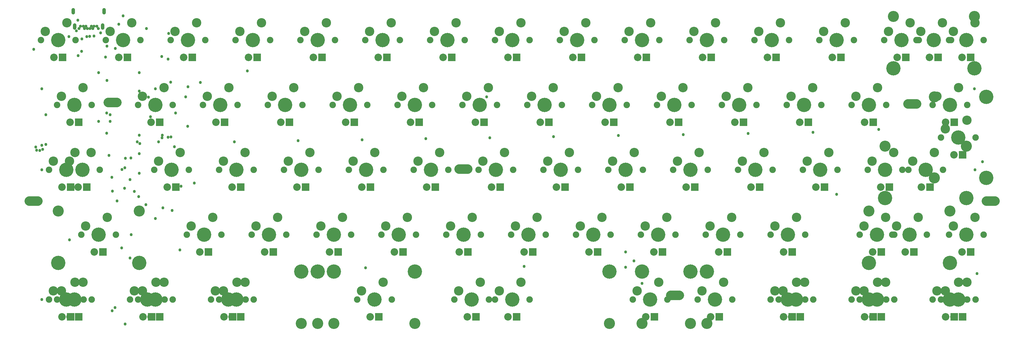
<source format=gbr>
G04 EAGLE Gerber RS-274X export*
G75*
%MOMM*%
%FSLAX34Y34*%
%LPD*%
%INSoldermask Top*%
%IPPOS*%
%AMOC8*
5,1,8,0,0,1.08239X$1,22.5*%
G01*
%ADD10C,4.203200*%
%ADD11C,1.903200*%
%ADD12C,2.743200*%
%ADD13C,2.203200*%
%ADD14R,2.203200X2.203200*%
%ADD15C,3.253200*%
%ADD16C,0.908000*%
%ADD17C,0.853200*%
%ADD18C,1.053200*%
%ADD19C,2.755900*%
%ADD20C,0.858000*%


D10*
X190500Y952500D03*
D11*
X139700Y952500D03*
X241300Y952500D03*
D12*
X152400Y977900D03*
X215900Y1003300D03*
D13*
X177800Y901700D03*
D14*
X203200Y901700D03*
D10*
X381000Y952500D03*
D11*
X330200Y952500D03*
X431800Y952500D03*
D12*
X342900Y977900D03*
X406400Y1003300D03*
D13*
X368300Y901700D03*
D14*
X393700Y901700D03*
D10*
X571500Y952500D03*
D11*
X520700Y952500D03*
X622300Y952500D03*
D12*
X533400Y977900D03*
X596900Y1003300D03*
D13*
X558800Y901700D03*
D14*
X584200Y901700D03*
D10*
X762000Y952500D03*
D11*
X711200Y952500D03*
X812800Y952500D03*
D12*
X723900Y977900D03*
X787400Y1003300D03*
D13*
X749300Y901700D03*
D14*
X774700Y901700D03*
D10*
X952500Y952500D03*
D11*
X901700Y952500D03*
X1003300Y952500D03*
D12*
X914400Y977900D03*
X977900Y1003300D03*
D13*
X939800Y901700D03*
D14*
X965200Y901700D03*
D10*
X1143000Y952500D03*
D11*
X1092200Y952500D03*
X1193800Y952500D03*
D12*
X1104900Y977900D03*
X1168400Y1003300D03*
D13*
X1130300Y901700D03*
D14*
X1155700Y901700D03*
D10*
X1333500Y952500D03*
D11*
X1282700Y952500D03*
X1384300Y952500D03*
D12*
X1295400Y977900D03*
X1358900Y1003300D03*
D13*
X1320800Y901700D03*
D14*
X1346200Y901700D03*
D10*
X1524000Y952500D03*
D11*
X1473200Y952500D03*
X1574800Y952500D03*
D12*
X1485900Y977900D03*
X1549400Y1003300D03*
D13*
X1511300Y901700D03*
D14*
X1536700Y901700D03*
D10*
X1714500Y952500D03*
D11*
X1663700Y952500D03*
X1765300Y952500D03*
D12*
X1676400Y977900D03*
X1739900Y1003300D03*
D13*
X1701800Y901700D03*
D14*
X1727200Y901700D03*
D10*
X1905000Y952500D03*
D11*
X1854200Y952500D03*
X1955800Y952500D03*
D12*
X1866900Y977900D03*
X1930400Y1003300D03*
D13*
X1892300Y901700D03*
D14*
X1917700Y901700D03*
D10*
X2095500Y952500D03*
D11*
X2044700Y952500D03*
X2146300Y952500D03*
D12*
X2057400Y977900D03*
X2120900Y1003300D03*
D13*
X2082800Y901700D03*
D14*
X2108200Y901700D03*
D10*
X2286000Y952500D03*
D11*
X2235200Y952500D03*
X2336800Y952500D03*
D12*
X2247900Y977900D03*
X2311400Y1003300D03*
D13*
X2273300Y901700D03*
D14*
X2298700Y901700D03*
D10*
X2476500Y952500D03*
D11*
X2425700Y952500D03*
X2527300Y952500D03*
D12*
X2438400Y977900D03*
X2501900Y1003300D03*
D13*
X2463800Y901700D03*
D14*
X2489200Y901700D03*
D10*
X238125Y762000D03*
D11*
X187325Y762000D03*
X288925Y762000D03*
D12*
X200025Y787400D03*
X263525Y812800D03*
D13*
X225425Y711200D03*
D14*
X250825Y711200D03*
D10*
X476250Y762000D03*
D11*
X425450Y762000D03*
X527050Y762000D03*
D12*
X438150Y787400D03*
X501650Y812800D03*
D13*
X463550Y711200D03*
D14*
X488950Y711200D03*
D10*
X666750Y762000D03*
D11*
X615950Y762000D03*
X717550Y762000D03*
D12*
X628650Y787400D03*
X692150Y812800D03*
D13*
X654050Y711200D03*
D14*
X679450Y711200D03*
D10*
X857250Y762000D03*
D11*
X806450Y762000D03*
X908050Y762000D03*
D12*
X819150Y787400D03*
X882650Y812800D03*
D13*
X844550Y711200D03*
D14*
X869950Y711200D03*
D10*
X1047750Y762000D03*
D11*
X996950Y762000D03*
X1098550Y762000D03*
D12*
X1009650Y787400D03*
X1073150Y812800D03*
D13*
X1035050Y711200D03*
D14*
X1060450Y711200D03*
D10*
X1238250Y762000D03*
D11*
X1187450Y762000D03*
X1289050Y762000D03*
D12*
X1200150Y787400D03*
X1263650Y812800D03*
D13*
X1225550Y711200D03*
D14*
X1250950Y711200D03*
D10*
X1428750Y762000D03*
D11*
X1377950Y762000D03*
X1479550Y762000D03*
D12*
X1390650Y787400D03*
X1454150Y812800D03*
D13*
X1416050Y711200D03*
D14*
X1441450Y711200D03*
D10*
X1619250Y762000D03*
D11*
X1568450Y762000D03*
X1670050Y762000D03*
D12*
X1581150Y787400D03*
X1644650Y812800D03*
D13*
X1606550Y711200D03*
D14*
X1631950Y711200D03*
D10*
X1809750Y762000D03*
D11*
X1758950Y762000D03*
X1860550Y762000D03*
D12*
X1771650Y787400D03*
X1835150Y812800D03*
D13*
X1797050Y711200D03*
D14*
X1822450Y711200D03*
D10*
X2000250Y762000D03*
D11*
X1949450Y762000D03*
X2051050Y762000D03*
D12*
X1962150Y787400D03*
X2025650Y812800D03*
D13*
X1987550Y711200D03*
D14*
X2012950Y711200D03*
D10*
X2190750Y762000D03*
D11*
X2139950Y762000D03*
X2241550Y762000D03*
D12*
X2152650Y787400D03*
X2216150Y812800D03*
D13*
X2178050Y711200D03*
D14*
X2203450Y711200D03*
D10*
X2381250Y762000D03*
D11*
X2330450Y762000D03*
X2432050Y762000D03*
D12*
X2343150Y787400D03*
X2406650Y812800D03*
D13*
X2368550Y711200D03*
D14*
X2393950Y711200D03*
D10*
X2571750Y762000D03*
D11*
X2520950Y762000D03*
X2622550Y762000D03*
D12*
X2533650Y787400D03*
X2597150Y812800D03*
D13*
X2559050Y711200D03*
D14*
X2584450Y711200D03*
D10*
X2809875Y762000D03*
D11*
X2759075Y762000D03*
X2860675Y762000D03*
D12*
X2771775Y787400D03*
X2835275Y812800D03*
D13*
X2797175Y711200D03*
D14*
X2822575Y711200D03*
D10*
X261938Y571500D03*
D11*
X211138Y571500D03*
X312738Y571500D03*
D12*
X223838Y596900D03*
X287338Y622300D03*
D13*
X249238Y520700D03*
D14*
X274638Y520700D03*
D10*
X523875Y571500D03*
D11*
X473075Y571500D03*
X574675Y571500D03*
D12*
X485775Y596900D03*
X549275Y622300D03*
D13*
X511175Y520700D03*
D14*
X536575Y520700D03*
D10*
X714375Y571500D03*
D11*
X663575Y571500D03*
X765175Y571500D03*
D12*
X676275Y596900D03*
X739775Y622300D03*
D13*
X701675Y520700D03*
D14*
X727075Y520700D03*
D10*
X904875Y571500D03*
D11*
X854075Y571500D03*
X955675Y571500D03*
D12*
X866775Y596900D03*
X930275Y622300D03*
D13*
X892175Y520700D03*
D14*
X917575Y520700D03*
D10*
X1095375Y571500D03*
D11*
X1044575Y571500D03*
X1146175Y571500D03*
D12*
X1057275Y596900D03*
X1120775Y622300D03*
D13*
X1082675Y520700D03*
D14*
X1108075Y520700D03*
D10*
X1285875Y571500D03*
D11*
X1235075Y571500D03*
X1336675Y571500D03*
D12*
X1247775Y596900D03*
X1311275Y622300D03*
D13*
X1273175Y520700D03*
D14*
X1298575Y520700D03*
D10*
X1476375Y571500D03*
D11*
X1425575Y571500D03*
X1527175Y571500D03*
D12*
X1438275Y596900D03*
X1501775Y622300D03*
D13*
X1463675Y520700D03*
D14*
X1489075Y520700D03*
D10*
X1666875Y571500D03*
D11*
X1616075Y571500D03*
X1717675Y571500D03*
D12*
X1628775Y596900D03*
X1692275Y622300D03*
D13*
X1654175Y520700D03*
D14*
X1679575Y520700D03*
D10*
X1857375Y571500D03*
D11*
X1806575Y571500D03*
X1908175Y571500D03*
D12*
X1819275Y596900D03*
X1882775Y622300D03*
D13*
X1844675Y520700D03*
D14*
X1870075Y520700D03*
D10*
X2047875Y571500D03*
D11*
X1997075Y571500D03*
X2098675Y571500D03*
D12*
X2009775Y596900D03*
X2073275Y622300D03*
D13*
X2035175Y520700D03*
D14*
X2060575Y520700D03*
D10*
X2238375Y571500D03*
D11*
X2187575Y571500D03*
X2289175Y571500D03*
D12*
X2200275Y596900D03*
X2263775Y622300D03*
D13*
X2225675Y520700D03*
D14*
X2251075Y520700D03*
D10*
X2428875Y571500D03*
D11*
X2378075Y571500D03*
X2479675Y571500D03*
D12*
X2390775Y596900D03*
X2454275Y622300D03*
D13*
X2416175Y520700D03*
D14*
X2441575Y520700D03*
D10*
X619125Y381000D03*
D11*
X568325Y381000D03*
X669925Y381000D03*
D12*
X581025Y406400D03*
X644525Y431800D03*
D13*
X606425Y330200D03*
D14*
X631825Y330200D03*
D10*
X809625Y381000D03*
D11*
X758825Y381000D03*
X860425Y381000D03*
D12*
X771525Y406400D03*
X835025Y431800D03*
D13*
X796925Y330200D03*
D14*
X822325Y330200D03*
D10*
X1000125Y381000D03*
D11*
X949325Y381000D03*
X1050925Y381000D03*
D12*
X962025Y406400D03*
X1025525Y431800D03*
D13*
X987425Y330200D03*
D14*
X1012825Y330200D03*
D10*
X1190625Y381000D03*
D11*
X1139825Y381000D03*
X1241425Y381000D03*
D12*
X1152525Y406400D03*
X1216025Y431800D03*
D13*
X1177925Y330200D03*
D14*
X1203325Y330200D03*
D10*
X1381125Y381000D03*
D11*
X1330325Y381000D03*
X1431925Y381000D03*
D12*
X1343025Y406400D03*
X1406525Y431800D03*
D13*
X1368425Y330200D03*
D14*
X1393825Y330200D03*
D10*
X1571625Y381000D03*
D11*
X1520825Y381000D03*
X1622425Y381000D03*
D12*
X1533525Y406400D03*
X1597025Y431800D03*
D13*
X1558925Y330200D03*
D14*
X1584325Y330200D03*
D10*
X1762125Y381000D03*
D11*
X1711325Y381000D03*
X1812925Y381000D03*
D12*
X1724025Y406400D03*
X1787525Y431800D03*
D13*
X1749425Y330200D03*
D14*
X1774825Y330200D03*
D10*
X1952625Y381000D03*
D11*
X1901825Y381000D03*
X2003425Y381000D03*
D12*
X1914525Y406400D03*
X1978025Y431800D03*
D13*
X1939925Y330200D03*
D14*
X1965325Y330200D03*
D10*
X2143125Y381000D03*
D11*
X2092325Y381000D03*
X2193925Y381000D03*
D12*
X2105025Y406400D03*
X2168525Y431800D03*
D13*
X2130425Y330200D03*
D14*
X2155825Y330200D03*
D10*
X2333625Y381000D03*
D11*
X2282825Y381000D03*
X2384425Y381000D03*
D12*
X2295525Y406400D03*
X2359025Y431800D03*
D13*
X2320925Y330200D03*
D14*
X2346325Y330200D03*
D10*
X2595563Y381000D03*
D11*
X2544763Y381000D03*
X2646363Y381000D03*
D12*
X2557463Y406400D03*
X2620963Y431800D03*
D13*
X2582863Y330200D03*
D14*
X2608263Y330200D03*
D10*
X214313Y190500D03*
D11*
X163513Y190500D03*
X265113Y190500D03*
D12*
X176213Y215900D03*
X239713Y241300D03*
D13*
X201613Y139700D03*
D14*
X227013Y139700D03*
D10*
X452438Y190500D03*
D11*
X401638Y190500D03*
X503238Y190500D03*
D12*
X414338Y215900D03*
X477838Y241300D03*
D13*
X439738Y139700D03*
D14*
X465138Y139700D03*
D10*
X714375Y190500D03*
D11*
X663575Y190500D03*
X765175Y190500D03*
D12*
X676275Y215900D03*
X739775Y241300D03*
D13*
X701675Y139700D03*
D14*
X727075Y139700D03*
D10*
X2119313Y190500D03*
D11*
X2068513Y190500D03*
X2170113Y190500D03*
D12*
X2081213Y215900D03*
X2144713Y241300D03*
D13*
X2106613Y139700D03*
D14*
X2132013Y139700D03*
D10*
X2333625Y190500D03*
D11*
X2282825Y190500D03*
X2384425Y190500D03*
D12*
X2295525Y215900D03*
X2359025Y241300D03*
D13*
X2320925Y139700D03*
D14*
X2346325Y139700D03*
D10*
X2595563Y190500D03*
D11*
X2544763Y190500D03*
X2646363Y190500D03*
D12*
X2557463Y215900D03*
X2620963Y241300D03*
D13*
X2582863Y139700D03*
D14*
X2608263Y139700D03*
D10*
X2833688Y190500D03*
D11*
X2782888Y190500D03*
X2884488Y190500D03*
D12*
X2795588Y215900D03*
X2859088Y241300D03*
D13*
X2820988Y139700D03*
D14*
X2846388Y139700D03*
D10*
X214313Y571500D03*
D11*
X163513Y571500D03*
X265113Y571500D03*
D12*
X176213Y596900D03*
X239713Y622300D03*
D13*
X201613Y520700D03*
D14*
X227013Y520700D03*
D10*
X2619375Y571500D03*
D11*
X2568575Y571500D03*
X2670175Y571500D03*
D12*
X2581275Y596900D03*
X2644775Y622300D03*
D13*
X2606675Y520700D03*
D14*
X2632075Y520700D03*
D10*
X2857500Y952500D03*
D11*
X2806700Y952500D03*
X2908300Y952500D03*
D12*
X2819400Y977900D03*
X2882900Y1003300D03*
D13*
X2844800Y901700D03*
D14*
X2870200Y901700D03*
D10*
X238125Y190500D03*
D11*
X187325Y190500D03*
X288925Y190500D03*
D12*
X200025Y215900D03*
X263525Y241300D03*
D13*
X225425Y139700D03*
D14*
X250825Y139700D03*
D10*
X476250Y190500D03*
D11*
X425450Y190500D03*
X527050Y190500D03*
D12*
X438150Y215900D03*
X501650Y241300D03*
D13*
X463550Y139700D03*
D14*
X488950Y139700D03*
D10*
X690563Y190500D03*
D11*
X639763Y190500D03*
X741363Y190500D03*
D12*
X652463Y215900D03*
X715963Y241300D03*
D13*
X677863Y139700D03*
D14*
X703263Y139700D03*
D10*
X2357438Y190500D03*
D11*
X2306638Y190500D03*
X2408238Y190500D03*
D12*
X2319338Y215900D03*
X2382838Y241300D03*
D13*
X2344738Y139700D03*
D14*
X2370138Y139700D03*
D10*
X2571750Y190500D03*
D11*
X2520950Y190500D03*
X2622550Y190500D03*
D12*
X2533650Y215900D03*
X2597150Y241300D03*
D13*
X2559050Y139700D03*
D14*
X2584450Y139700D03*
D10*
X2809875Y190500D03*
D11*
X2759075Y190500D03*
X2860675Y190500D03*
D12*
X2771775Y215900D03*
X2835275Y241300D03*
D13*
X2797175Y139700D03*
D14*
X2822575Y139700D03*
D10*
X2857500Y381000D03*
D11*
X2806700Y381000D03*
X2908300Y381000D03*
D12*
X2819400Y406400D03*
X2882900Y431800D03*
D13*
X2844800Y330200D03*
D14*
X2870200Y330200D03*
D10*
X309563Y381000D03*
D11*
X258763Y381000D03*
X360363Y381000D03*
D15*
X190563Y451000D03*
X428563Y451000D03*
D10*
X190563Y298600D03*
X428563Y298600D03*
D12*
X271463Y406400D03*
X334963Y431800D03*
D13*
X296863Y330200D03*
D14*
X322263Y330200D03*
D10*
X2690813Y381000D03*
D11*
X2640013Y381000D03*
X2741613Y381000D03*
D15*
X2571813Y451000D03*
X2809813Y451000D03*
D10*
X2571813Y298600D03*
X2809813Y298600D03*
D12*
X2652713Y406400D03*
X2716213Y431800D03*
D13*
X2678113Y330200D03*
D14*
X2703513Y330200D03*
D10*
X2762250Y952500D03*
D11*
X2711450Y952500D03*
X2813050Y952500D03*
D15*
X2643250Y1022500D03*
X2881250Y1022500D03*
D10*
X2643250Y870100D03*
X2881250Y870100D03*
D12*
X2724150Y977900D03*
X2787650Y1003300D03*
D13*
X2749550Y901700D03*
D14*
X2774950Y901700D03*
D10*
X2833688Y666750D03*
D11*
X2782888Y666750D03*
X2884488Y666750D03*
D15*
X2763688Y547750D03*
X2763688Y785750D03*
D10*
X2916088Y547750D03*
X2916088Y785750D03*
D12*
X2795588Y692150D03*
X2859088Y717550D03*
D13*
X2820988Y615950D03*
D14*
X2846388Y615950D03*
D10*
X1119188Y190500D03*
D11*
X1068388Y190500D03*
X1169988Y190500D03*
D15*
X1000188Y120500D03*
X1238188Y120500D03*
D10*
X1000188Y272900D03*
X1238188Y272900D03*
D12*
X1081088Y215900D03*
X1144588Y241300D03*
D13*
X1106488Y139700D03*
D14*
X1131888Y139700D03*
D10*
X1928813Y190500D03*
D11*
X1878013Y190500D03*
X1979613Y190500D03*
D15*
X1809813Y120500D03*
X2047813Y120500D03*
D10*
X1809813Y272900D03*
X2047813Y272900D03*
D12*
X1890713Y215900D03*
X1954213Y241300D03*
D13*
X1916113Y139700D03*
D14*
X1941513Y139700D03*
D10*
X1524000Y190500D03*
D11*
X1473200Y190500D03*
X1574800Y190500D03*
D15*
X952500Y120500D03*
X2095500Y120500D03*
D10*
X952500Y272900D03*
X2095500Y272900D03*
D12*
X1485900Y215900D03*
X1549400Y241300D03*
D13*
X1511300Y139700D03*
D14*
X1536700Y139700D03*
D10*
X2667000Y952500D03*
D11*
X2616200Y952500D03*
X2717800Y952500D03*
D12*
X2628900Y977900D03*
X2692400Y1003300D03*
D13*
X2654300Y901700D03*
D14*
X2679700Y901700D03*
D10*
X2738438Y571500D03*
D11*
X2687638Y571500D03*
X2789238Y571500D03*
D15*
X2619438Y641500D03*
X2857438Y641500D03*
D10*
X2619438Y489100D03*
X2857438Y489100D03*
D12*
X2700338Y596900D03*
X2763838Y622300D03*
D13*
X2725738Y520700D03*
D14*
X2751138Y520700D03*
D10*
X1404938Y190500D03*
D11*
X1354138Y190500D03*
X1455738Y190500D03*
D15*
X904938Y120500D03*
X1904938Y120500D03*
D10*
X904938Y272900D03*
X1904938Y272900D03*
D12*
X1366838Y215900D03*
X1430338Y241300D03*
D13*
X1392238Y139700D03*
D14*
X1417638Y139700D03*
D16*
X308083Y986510D03*
X304083Y993510D03*
X296083Y993510D03*
X292083Y986510D03*
X288083Y993510D03*
X284083Y986510D03*
X276083Y986510D03*
X272083Y993510D03*
X268083Y986510D03*
X264083Y993510D03*
X256083Y993510D03*
X252083Y986510D03*
D17*
X244083Y980010D03*
D18*
X235183Y1033060D02*
X235183Y1041560D01*
X238783Y996760D02*
X238783Y988260D01*
X321383Y988260D02*
X321383Y996760D01*
X324983Y1033060D02*
X324983Y1041560D01*
D19*
X130672Y480263D02*
X105145Y480263D01*
X337287Y769940D02*
X362814Y769940D01*
X1367684Y574399D02*
X1393211Y574399D01*
X2686203Y765556D02*
X2711730Y765556D01*
X2916204Y480245D02*
X2941731Y480245D01*
X2014662Y203598D02*
X1989135Y203598D01*
D20*
X333375Y738188D03*
X334197Y834253D03*
X258940Y920054D03*
X329746Y902937D03*
X315569Y973494D03*
X222410Y962592D03*
X363286Y480207D03*
X428339Y803053D03*
X428625Y857250D03*
X401760Y312615D03*
X404813Y381000D03*
X388037Y605954D03*
X368635Y999528D03*
X1448590Y785813D03*
X1905000Y238125D03*
X1881188Y304145D03*
X259835Y956102D03*
X295551Y964604D03*
X515394Y971832D03*
X513614Y897126D03*
X476250Y428625D03*
X461647Y727503D03*
X535339Y738188D03*
X521343Y829027D03*
X334036Y934878D03*
X2905125Y595313D03*
X125131Y638322D03*
X118998Y925968D03*
X154722Y646136D03*
X154722Y733685D03*
X145286Y631887D03*
X142875Y571500D03*
X136198Y628839D03*
X224141Y366294D03*
X127110Y629234D03*
X142875Y190500D03*
X532008Y639567D03*
X708336Y653739D03*
X895630Y656945D03*
X1083204Y659871D03*
X1270436Y663139D03*
X1458394Y665681D03*
X1645092Y669255D03*
X1835592Y672303D03*
X2026092Y675351D03*
X2216592Y678399D03*
X2407092Y681447D03*
X2600730Y690036D03*
X2883280Y571500D03*
X1558659Y288399D03*
X1857375Y285750D03*
X1857375Y330693D03*
X1093466Y283841D03*
X343439Y714009D03*
X343439Y733772D03*
X496024Y673733D03*
X428625Y673733D03*
X447927Y469682D03*
X430547Y649006D03*
X428625Y619125D03*
X428625Y561218D03*
X348603Y549721D03*
X339443Y614103D03*
X608612Y828566D03*
X2476500Y500063D03*
X746569Y861760D03*
X349182Y158070D03*
X386874Y119063D03*
X274327Y962509D03*
X485722Y653586D03*
X497754Y460269D03*
X309563Y857250D03*
X513087Y667069D03*
X565432Y785813D03*
X456156Y785458D03*
X476250Y809625D03*
X283415Y963696D03*
X495337Y665635D03*
X525220Y452238D03*
X358108Y927767D03*
X381000Y1023938D03*
X450011Y986300D03*
X494370Y904875D03*
X571500Y815246D03*
X522175Y668450D03*
X422402Y653713D03*
X426630Y492880D03*
X378080Y572870D03*
X385505Y517458D03*
X386424Y577379D03*
X401625Y542557D03*
X404357Y606326D03*
X414110Y508406D03*
X333375Y678907D03*
X350161Y509136D03*
X571214Y699557D03*
X590388Y532616D03*
X551881Y523875D03*
X547917Y336361D03*
X357188Y166688D03*
X377115Y342459D03*
X309563Y714375D03*
X249354Y907214D03*
X142875Y644023D03*
X142875Y809625D03*
X2881313Y809625D03*
X2889410Y267320D03*
X248671Y1010944D03*
M02*

</source>
